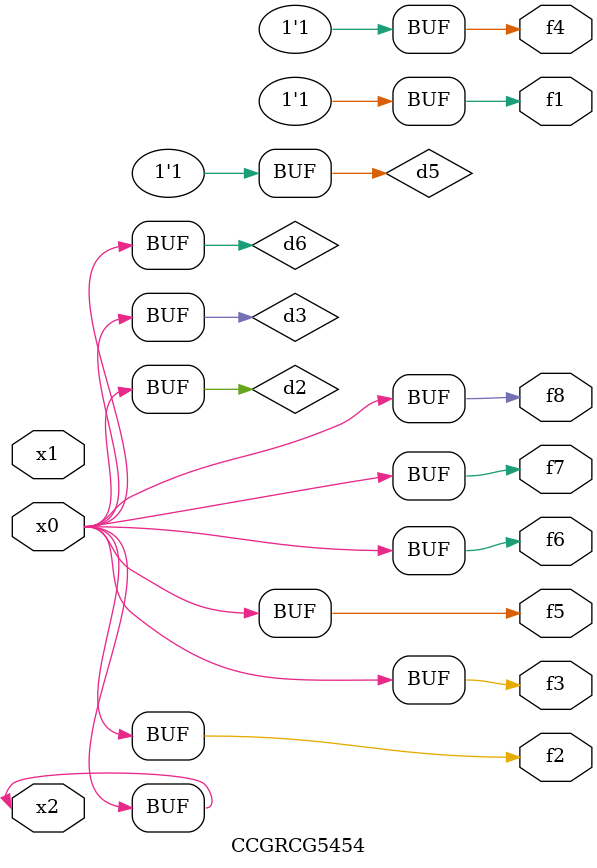
<source format=v>
module CCGRCG5454(
	input x0, x1, x2,
	output f1, f2, f3, f4, f5, f6, f7, f8
);

	wire d1, d2, d3, d4, d5, d6;

	xnor (d1, x2);
	buf (d2, x0, x2);
	and (d3, x0);
	xnor (d4, x1, x2);
	nand (d5, d1, d3);
	buf (d6, d2, d3);
	assign f1 = d5;
	assign f2 = d6;
	assign f3 = d6;
	assign f4 = d5;
	assign f5 = d6;
	assign f6 = d6;
	assign f7 = d6;
	assign f8 = d6;
endmodule

</source>
